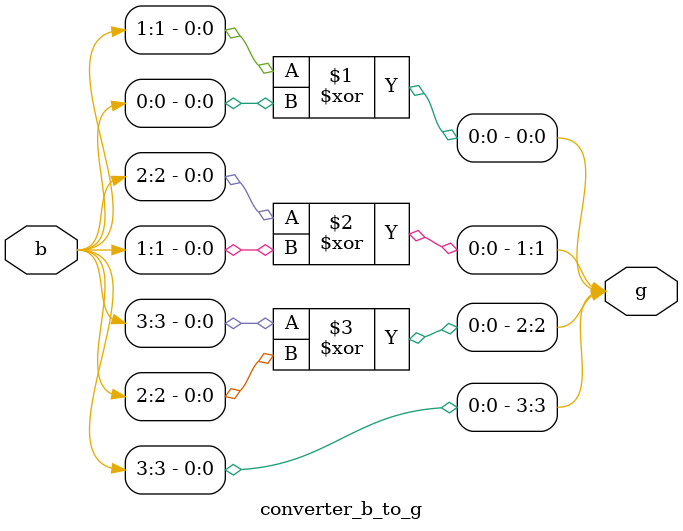
<source format=v>
module converter_b_to_g (
	input  [3:0] b,
	output [3:0] g
);

assign g[0] = b[1] ^ b[0];
assign g[1] = b[2] ^ b[1];
assign g[2] = b[3] ^ b[2];
assign g[3] = b[3];

endmodule

</source>
